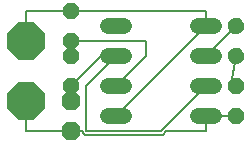
<source format=gbr>
G04 EAGLE Gerber RS-274X export*
G75*
%MOMM*%
%FSLAX34Y34*%
%LPD*%
%INTop Copper*%
%IPPOS*%
%AMOC8*
5,1,8,0,0,1.08239X$1,22.5*%
G01*
%ADD10P,1.732040X8X292.500000*%
%ADD11P,3.409096X8X22.500000*%
%ADD12C,1.320800*%
%ADD13P,1.429621X8X292.500000*%
%ADD14P,1.429621X8X112.500000*%
%ADD15P,1.429621X8X111.700000*%
%ADD16C,0.152400*%


D10*
X139700Y139700D03*
X139700Y114300D03*
D11*
X101600Y139700D03*
X101600Y190500D03*
D12*
X247396Y127000D02*
X260604Y127000D01*
X260604Y152400D02*
X247396Y152400D01*
X184404Y152400D02*
X171196Y152400D01*
X171196Y127000D02*
X184404Y127000D01*
X247396Y177800D02*
X260604Y177800D01*
X260604Y203200D02*
X247396Y203200D01*
X184404Y177800D02*
X171196Y177800D01*
X171196Y203200D02*
X184404Y203200D01*
D13*
X279400Y152400D03*
X279400Y127000D03*
D14*
X139700Y190500D03*
X139700Y215900D03*
X139700Y152400D03*
X139700Y177800D03*
D15*
X279223Y177801D03*
X279577Y203199D03*
D16*
X101600Y190500D02*
X101600Y215900D01*
X139700Y215900D01*
X254000Y215900D01*
X254000Y203200D01*
X177800Y127000D01*
X101600Y139700D02*
X101600Y114300D01*
X139700Y114300D01*
X254000Y114300D02*
X254000Y127000D01*
X279400Y127000D01*
X149352Y114300D02*
X139700Y114300D01*
X149352Y114300D02*
X149352Y113037D01*
X151137Y111252D01*
X217163Y111252D01*
X220211Y114300D02*
X254000Y114300D01*
X220211Y114300D02*
X217163Y111252D01*
X139700Y139700D02*
X139700Y152400D01*
X165100Y177800D01*
X177800Y177800D01*
X152400Y152400D01*
X152400Y114300D01*
X215900Y114300D02*
X254000Y152400D01*
X215900Y114300D02*
X152400Y114300D01*
X277797Y150520D02*
X279538Y152262D01*
X277797Y150520D02*
X275202Y153114D01*
X279223Y177801D01*
X254000Y177800D02*
X279399Y203199D01*
X279577Y203199D01*
X139700Y190500D02*
X139700Y177800D01*
X177800Y152400D02*
X203200Y177800D01*
X203200Y190500D01*
X139700Y190500D01*
M02*

</source>
